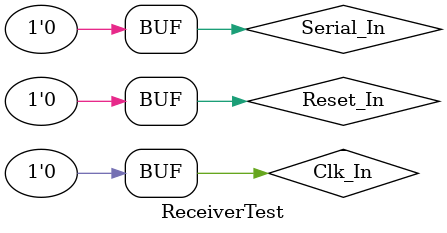
<source format=v>
`timescale 1ns / 1ps


module ReceiverTest;

	// Inputs
	reg Serial_In;
	reg Reset_In;
	reg Clk_In;

	// Outputs
	wire Len;
	wire Ldir;
	wire Ren;
	wire Rdir;

	// Instantiate the Unit Under Test (UUT)
	Receiver Rtest (
		.Serial_In(Serial_In), 
		.Reset_In(Reset_In), 
		.Clk_In(Clk_In), 
		.Len(Len), 
		.Ldir(Ldir), 
		.Ren(Ren), 
		.Rdir(Rdir)
	);

	always
		begin
		Clk_In = 1; #5; Clk_In = 0; #5;
		end

	initial begin
		// Initialize Inputs
		Serial_In = 0; Reset_In = 0;
#20	Reset_In = 1;
#20	Reset_In = 0;
#20   Serial_In = 1;  //Start Bit
#20   Serial_In = 0;  //Start Bit
#20   Serial_In = 1;  //Start Bit
#20   Serial_In = 0;
#100   Serial_In = 1;
#40	Serial_In = 0;
#100  Serial_In = 1;  //Start Bit
#20   Serial_In = 0;  //Start Bit
#20   Serial_In = 1;  //Start Bit
#20   Serial_In = 0;
#100   Serial_In = 1;
#40	Serial_In = 0;
#100  Serial_In = 1;  //Start Bit
#20   Serial_In = 0;  //Start Bit
#20   Serial_In = 1;  //Start Bit
#20   Serial_In = 0;
#100   Serial_In = 1;
#40	Serial_In = 0;


	end
      
endmodule


</source>
